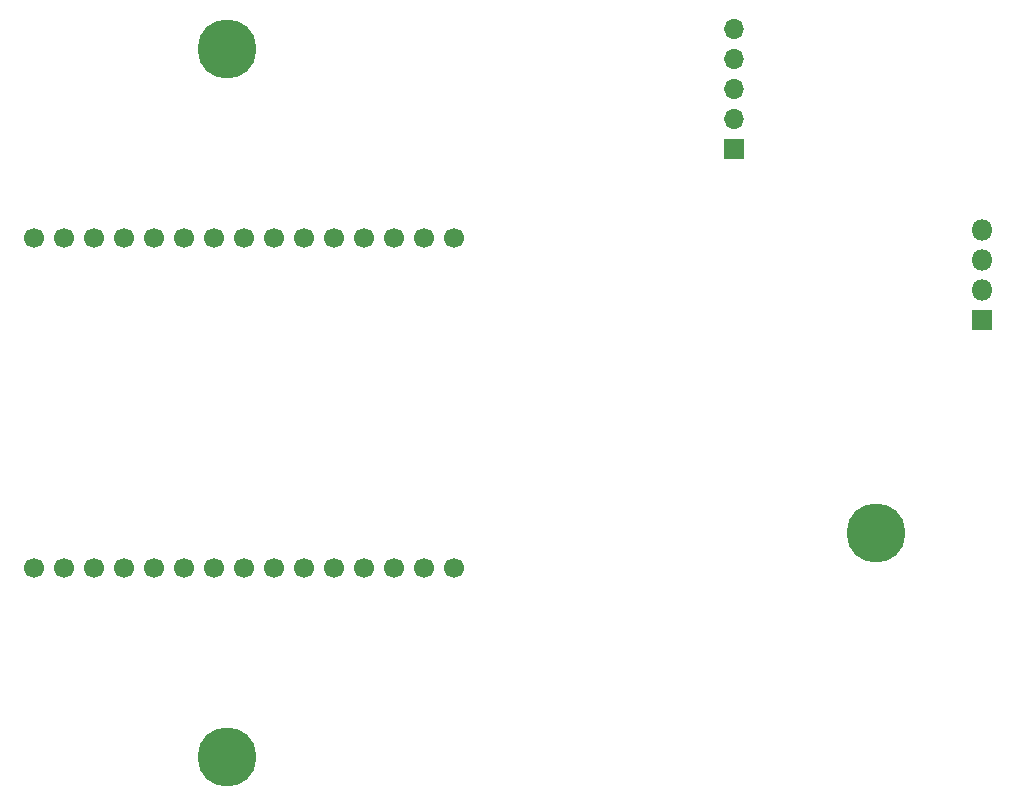
<source format=gtl>
G04 #@! TF.FileFunction,Copper,L1,Top,Signal*
%FSLAX46Y46*%
G04 Gerber Fmt 4.6, Leading zero omitted, Abs format (unit mm)*
G04 Created by KiCad (PCBNEW 4.0.5) date 02/25/17 14:43:24*
%MOMM*%
%LPD*%
G01*
G04 APERTURE LIST*
%ADD10C,0.200000*%
%ADD11C,5.000000*%
%ADD12R,1.800000X1.800000*%
%ADD13O,1.800000X1.800000*%
%ADD14R,1.700000X1.700000*%
%ADD15O,1.700000X1.700000*%
%ADD16C,1.700000*%
G04 APERTURE END LIST*
D10*
D11*
X193500000Y-94000000D03*
X138500000Y-113000000D03*
X138500000Y-53000000D03*
D12*
X202500000Y-76000000D03*
D13*
X202500000Y-73460000D03*
X202500000Y-70920000D03*
X202500000Y-68380000D03*
D14*
X181500000Y-61500000D03*
D15*
X181500000Y-58960000D03*
X181500000Y-56420000D03*
X181500000Y-53880000D03*
X181500000Y-51340000D03*
D16*
X122220000Y-96970000D03*
X124760000Y-96970000D03*
X127300000Y-96970000D03*
X129840000Y-96970000D03*
X132380000Y-96970000D03*
X134920000Y-96970000D03*
X137460000Y-96970000D03*
X140000000Y-96970000D03*
X142540000Y-96970000D03*
X145080000Y-96970000D03*
X147620000Y-96970000D03*
X150160000Y-96970000D03*
X152700000Y-96970000D03*
X155240000Y-96970000D03*
X157780000Y-96970000D03*
X157780000Y-69030000D03*
X155240000Y-69030000D03*
X152700000Y-69030000D03*
X150160000Y-69030000D03*
X147620000Y-69030000D03*
X145080000Y-69030000D03*
X142540000Y-69030000D03*
X140000000Y-69030000D03*
X137460000Y-69030000D03*
X134920000Y-69030000D03*
X132380000Y-69030000D03*
X129840000Y-69030000D03*
X127300000Y-69030000D03*
X124760000Y-69030000D03*
X122220000Y-69030000D03*
M02*

</source>
